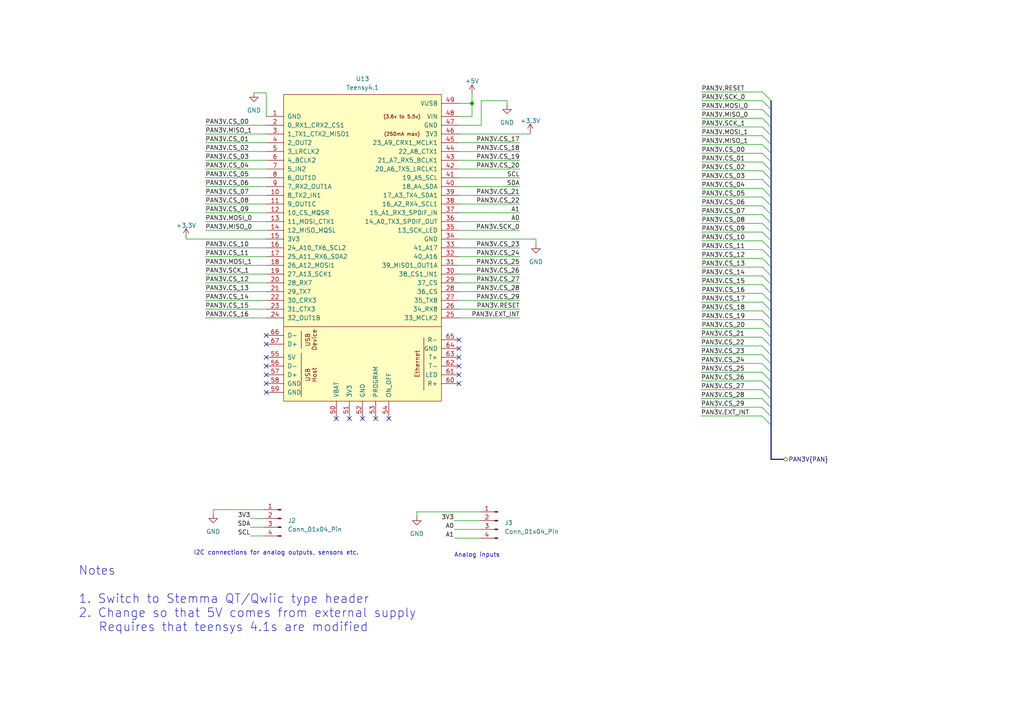
<source format=kicad_sch>
(kicad_sch (version 20230121) (generator eeschema)
  (paper "A4")
  (lib_symbols
    (symbol "Connector:Conn_01x04_Pin" (pin_names (offset 1.016) hide)
      (property "Reference" "J" (at 0 5.08 0))
      (property "Value" "Conn_01x04_Pin" (at 0 -7.62 0))
      (symbol "Conn_01x04_Pin_1_1"
        (polyline (pts (xy 1.27 -5.08) (xy 0.8636 -5.08)) (stroke (width 0.1524)))
        (polyline (pts (xy 1.27 -2.54) (xy 0.8636 -2.54)) (stroke (width 0.1524)))
        (polyline (pts (xy 1.27 0) (xy 0.8636 0)) (stroke (width 0.1524)))
        (polyline (pts (xy 1.27 2.54) (xy 0.8636 2.54)) (stroke (width 0.1524)))
        (rectangle (start 0.8636 -4.953) (end 0 -5.207) (stroke (width 0.1524)) (fill (type outline)))
        (rectangle (start 0.8636 -2.413) (end 0 -2.667) (stroke (width 0.1524)) (fill (type outline)))
        (rectangle (start 0.8636 0.127) (end 0 -0.127) (stroke (width 0.1524)) (fill (type outline)))
        (rectangle (start 0.8636 2.667) (end 0 2.413) (stroke (width 0.1524)) (fill (type outline)))
        (pin passive line (at 5.08 2.54 180) (length 3.81) (name "Pin_1") (number "1"))
        (pin passive line (at 5.08 0 180) (length 3.81) (name "Pin_2") (number "2"))
        (pin passive line (at 5.08 -2.54 180) (length 3.81) (name "Pin_3") (number "3"))
        (pin passive line (at 5.08 -5.08 180) (length 3.81) (name "Pin_4") (number "4"))
      )
    )
    (symbol "arena_custom:Teensy4.1" (pin_names (offset 1.016))
      (property "Reference" "U" (at 0 64.77 0))
      (property "Value" "Teensy4.1" (at 0 62.23 0))
      (symbol "Teensy4.1_0_0"
        (polyline (pts (xy -22.86 -6.35) (xy 22.86 -6.35)))
        (polyline (pts (xy -17.78 -26.67) (xy -17.78 -13.97)))
        (polyline (pts (xy -17.78 -7.62) (xy -17.78 -12.7)))
        (polyline (pts (xy 17.78 -9.525) (xy 17.78 -24.765)))
        (text "(250mA max)" (at 11.43 49.53 0) (effects (font (size 1.016 1.016))))
        (text "(3.6v to 5.5v)" (at 11.43 54.61 0) (effects (font (size 1.016 1.016))))
        (text "Device" (at -13.97 -10.16 900) (effects (font (size 1.27 1.27))))
        (text "Ethernet" (at 15.875 -17.145 900) (effects (font (size 1.27 1.27))))
        (text "Host" (at -13.97 -20.32 900) (effects (font (size 1.27 1.27))))
        (text "USB" (at -15.875 -20.32 900) (effects (font (size 1.27 1.27))))
        (text "USB" (at -15.875 -10.16 900) (effects (font (size 1.27 1.27))))
        (pin bidirectional line (at -27.94 31.75 0) (length 5.08) (name "8_TX2_IN1") (number "10"))
        (pin bidirectional line (at -27.94 29.21 0) (length 5.08) (name "9_OUT1C") (number "11"))
        (pin bidirectional line (at -27.94 26.67 0) (length 5.08) (name "10_CS_MQSR") (number "12"))
        (pin bidirectional line (at -27.94 24.13 0) (length 5.08) (name "11_MOSI_CTX1") (number "13"))
        (pin bidirectional line (at -27.94 21.59 0) (length 5.08) (name "12_MISO_MQSL") (number "14"))
        (pin power_in line (at -27.94 19.05 0) (length 5.08) (name "3V3") (number "15"))
        (pin bidirectional line (at -27.94 16.51 0) (length 5.08) (name "24_A10_TX6_SCL2") (number "16"))
        (pin bidirectional line (at -27.94 13.97 0) (length 5.08) (name "25_A11_RX6_SDA2") (number "17"))
        (pin bidirectional line (at -27.94 11.43 0) (length 5.08) (name "26_A12_MOSI1") (number "18"))
        (pin bidirectional line (at -27.94 8.89 0) (length 5.08) (name "27_A13_SCK1") (number "19"))
        (pin bidirectional line (at -27.94 6.35 0) (length 5.08) (name "28_RX7") (number "20"))
        (pin bidirectional line (at -27.94 3.81 0) (length 5.08) (name "29_TX7") (number "21"))
        (pin bidirectional line (at -27.94 1.27 0) (length 5.08) (name "30_CRX3") (number "22"))
        (pin bidirectional line (at -27.94 -1.27 0) (length 5.08) (name "31_CTX3") (number "23"))
        (pin bidirectional line (at -27.94 -3.81 0) (length 5.08) (name "32_OUT1B") (number "24"))
        (pin bidirectional line (at 27.94 -3.81 180) (length 5.08) (name "33_MCLK2") (number "25"))
        (pin bidirectional line (at 27.94 -1.27 180) (length 5.08) (name "34_RX8") (number "26"))
        (pin bidirectional line (at 27.94 1.27 180) (length 5.08) (name "35_TX8") (number "27"))
        (pin bidirectional line (at 27.94 3.81 180) (length 5.08) (name "36_CS") (number "28"))
        (pin bidirectional line (at 27.94 6.35 180) (length 5.08) (name "37_CS") (number "29"))
        (pin bidirectional line (at 27.94 8.89 180) (length 5.08) (name "38_CS1_IN1") (number "30"))
        (pin bidirectional line (at 27.94 11.43 180) (length 5.08) (name "39_MISO1_OUT1A") (number "31"))
        (pin bidirectional line (at 27.94 13.97 180) (length 5.08) (name "40_A16") (number "32"))
        (pin bidirectional line (at 27.94 16.51 180) (length 5.08) (name "41_A17") (number "33"))
        (pin bidirectional line (at 27.94 21.59 180) (length 5.08) (name "13_SCK_LED") (number "35"))
        (pin bidirectional line (at 27.94 24.13 180) (length 5.08) (name "14_A0_TX3_SPDIF_OUT") (number "36"))
        (pin bidirectional line (at 27.94 26.67 180) (length 5.08) (name "15_A1_RX3_SPDIF_IN") (number "37"))
        (pin bidirectional line (at 27.94 29.21 180) (length 5.08) (name "16_A2_RX4_SCL1") (number "38"))
        (pin bidirectional line (at 27.94 31.75 180) (length 5.08) (name "17_A3_TX4_SDA1") (number "39"))
        (pin bidirectional line (at 27.94 34.29 180) (length 5.08) (name "18_A4_SDA") (number "40"))
        (pin bidirectional line (at 27.94 36.83 180) (length 5.08) (name "19_A5_SCL") (number "41"))
        (pin bidirectional line (at 27.94 39.37 180) (length 5.08) (name "20_A6_TX5_LRCLK1") (number "42"))
        (pin bidirectional line (at 27.94 41.91 180) (length 5.08) (name "21_A7_RX5_BCLK1") (number "43"))
        (pin bidirectional line (at 27.94 44.45 180) (length 5.08) (name "22_A8_CTX1") (number "44"))
        (pin bidirectional line (at 27.94 46.99 180) (length 5.08) (name "23_A9_CRX1_MCLK1") (number "45"))
        (pin power_in line (at 27.94 54.61 180) (length 5.08) (name "VIN") (number "48"))
        (pin power_out line (at 27.94 58.42 180) (length 5.08) (name "VUSB") (number "49"))
        (pin bidirectional line (at -27.94 44.45 0) (length 5.08) (name "3_LRCLK2") (number "5"))
        (pin power_in line (at -7.62 -33.02 90) (length 5.08) (name "VBAT") (number "50"))
        (pin power_in line (at -3.81 -33.02 90) (length 5.08) (name "3V3") (number "51"))
        (pin input line (at 3.81 -33.02 90) (length 5.08) (name "PROGRAM") (number "53"))
        (pin input line (at 7.62 -33.02 90) (length 5.08) (name "ON_OFF") (number "54"))
        (pin power_out line (at -27.94 -15.24 0) (length 5.08) (name "5V") (number "55"))
        (pin bidirectional line (at -27.94 -17.78 0) (length 5.08) (name "D-") (number "56"))
        (pin bidirectional line (at -27.94 -20.32 0) (length 5.08) (name "D+") (number "57"))
        (pin power_in line (at -27.94 -22.86 0) (length 5.08) (name "GND") (number "58"))
        (pin power_in line (at -27.94 -25.4 0) (length 5.08) (name "GND") (number "59"))
        (pin bidirectional line (at -27.94 41.91 0) (length 5.08) (name "4_BCLK2") (number "6"))
        (pin bidirectional line (at 27.94 -22.86 180) (length 5.08) (name "R+") (number "60"))
        (pin bidirectional line (at 27.94 -20.32 180) (length 5.08) (name "LED") (number "61"))
        (pin bidirectional line (at 27.94 -17.78 180) (length 5.08) (name "T-") (number "62"))
        (pin bidirectional line (at 27.94 -15.24 180) (length 5.08) (name "T+") (number "63"))
        (pin power_in line (at 27.94 -12.7 180) (length 5.08) (name "GND") (number "64"))
        (pin bidirectional line (at 27.94 -10.16 180) (length 5.08) (name "R-") (number "65"))
        (pin bidirectional line (at -27.94 -8.89 0) (length 5.08) (name "D-") (number "66"))
        (pin bidirectional line (at -27.94 -11.43 0) (length 5.08) (name "D+") (number "67"))
        (pin bidirectional line (at -27.94 39.37 0) (length 5.08) (name "5_IN2") (number "7"))
        (pin bidirectional line (at -27.94 36.83 0) (length 5.08) (name "6_OUT1D") (number "8"))
        (pin bidirectional line (at -27.94 34.29 0) (length 5.08) (name "7_RX2_OUT1A") (number "9"))
      )
      (symbol "Teensy4.1_0_1"
        (rectangle (start -20.32 -1.27) (end -20.32 -1.27))
      )
      (symbol "Teensy4.1_1_0"
        (pin power_out line (at 27.94 49.53 180) (length 5.08) (name "3V3") (number "46"))
        (pin power_in line (at 27.94 52.07 180) (length 5.08) (name "GND") (number "47"))
        (pin power_in line (at 0 -33.02 90) (length 5.08) (name "GND") (number "52"))
      )
      (symbol "Teensy4.1_1_1"
        (rectangle (start -22.86 60.96) (end 22.86 -27.94) (fill (type background)))
        (pin power_in line (at -27.94 54.61 0) (length 5.08) (name "GND") (number "1"))
        (pin bidirectional line (at -27.94 52.07 0) (length 5.08) (name "0_RX1_CRX2_CS1") (number "2"))
        (pin bidirectional line (at -27.94 49.53 0) (length 5.08) (name "1_TX1_CTX2_MISO1") (number "3"))
        (pin power_in line (at 27.94 19.05 180) (length 5.08) (name "GND") (number "34"))
        (pin bidirectional line (at -27.94 46.99 0) (length 5.08) (name "2_OUT2") (number "4"))
      )
    )
    (symbol "power:+3.3V" (power) (pin_names (offset 0))
      (property "Value" "+3.3V" (at 0 3.556 0))
      (symbol "+3.3V_0_1"
        (polyline (pts (xy -0.762 1.27) (xy 0 2.54)))
        (polyline (pts (xy 0 0) (xy 0 2.54)))
        (polyline (pts (xy 0 2.54) (xy 0.762 1.27)))
      )
      (symbol "+3.3V_1_1"
        (pin power_in line (at 0 0 90) (length 0) hide (name "+3.3V") (number "1"))
      )
    )
    (symbol "power:+5V" (power) (pin_names (offset 0))
      (property "Value" "+5V" (at 0 3.556 0))
      (symbol "+5V_0_1"
        (polyline (pts (xy -0.762 1.27) (xy 0 2.54)))
        (polyline (pts (xy 0 0) (xy 0 2.54)))
        (polyline (pts (xy 0 2.54) (xy 0.762 1.27)))
      )
      (symbol "+5V_1_1"
        (pin power_in line (at 0 0 90) (length 0) hide (name "+5V") (number "1"))
      )
    )
    (symbol "power:GND" (power) (pin_names (offset 0))
      (property "Value" "GND" (at 0 -3.81 0))
      (symbol "GND_0_1"
        (polyline (pts (xy 0 0) (xy 0 -1.27) (xy 1.27 -1.27) (xy 0 -2.54) (xy -1.27 -1.27) (xy 0 -1.27)))
      )
      (symbol "GND_1_1"
        (pin power_in line (at 0 0 270) (length 0) hide (name "GND") (number "1"))
      )
    )
  )
  (junction (at 136.906 29.972))
  (no_connect (at 133.096 108.712))
  (no_connect (at 112.776 121.412))
  (no_connect (at 77.216 97.282))
  (no_connect (at 77.216 99.822))
  (no_connect (at 133.096 106.172))
  (no_connect (at 77.216 108.712))
  (no_connect (at 77.216 111.252))
  (no_connect (at 108.966 121.412))
  (no_connect (at 133.096 101.092))
  (no_connect (at 133.096 111.252))
  (no_connect (at 101.346 121.412))
  (no_connect (at 77.216 106.172))
  (no_connect (at 105.156 121.412))
  (no_connect (at 97.536 121.412))
  (no_connect (at 133.096 98.552))
  (no_connect (at 77.216 103.632))
  (no_connect (at 133.096 103.632))
  (no_connect (at 77.216 113.792))
  (bus_entry (at 223.647 54.61) (size -2.54 -2.54))
  (bus_entry (at 223.647 44.45) (size -2.54 -2.54))
  (bus_entry (at 220.98 113.03) (size 2.54 2.54))
  (bus_entry (at 223.647 64.77) (size -2.54 -2.54))
  (bus_entry (at 220.98 118.11) (size 2.54 2.54))
  (bus_entry (at 223.647 59.69) (size -2.54 -2.54))
  (bus_entry (at 223.647 80.01) (size -2.54 -2.54))
  (bus_entry (at 223.647 31.75) (size -2.54 -2.54))
  (bus_entry (at 220.98 105.41) (size 2.54 2.54))
  (bus_entry (at 220.98 100.33) (size 2.54 2.54))
  (bus_entry (at 221.107 82.55) (size 2.54 2.54))
  (bus_entry (at 223.647 29.21) (size -2.54 -2.54))
  (bus_entry (at 220.98 97.79) (size 2.54 2.54))
  (bus_entry (at 223.647 52.07) (size -2.54 -2.54))
  (bus_entry (at 223.647 62.23) (size -2.54 -2.54))
  (bus_entry (at 223.647 82.55) (size -2.54 -2.54))
  (bus_entry (at 220.98 120.65) (size 2.54 2.54))
  (bus_entry (at 223.647 72.39) (size -2.54 -2.54))
  (bus_entry (at 223.647 77.47) (size -2.54 -2.54))
  (bus_entry (at 223.647 34.29) (size -2.54 -2.54))
  (bus_entry (at 223.647 41.91) (size -2.54 -2.54))
  (bus_entry (at 223.647 49.53) (size -2.54 -2.54))
  (bus_entry (at 221.107 92.71) (size 2.54 2.54))
  (bus_entry (at 223.647 67.31) (size -2.54 -2.54))
  (bus_entry (at 221.107 87.63) (size 2.54 2.54))
  (bus_entry (at 223.647 74.93) (size -2.54 -2.54))
  (bus_entry (at 220.98 110.49) (size 2.54 2.54))
  (bus_entry (at 220.98 115.57) (size 2.54 2.54))
  (bus_entry (at 223.647 39.37) (size -2.54 -2.54))
  (bus_entry (at 221.107 85.09) (size 2.54 2.54))
  (bus_entry (at 221.107 90.17) (size 2.54 2.54))
  (bus_entry (at 220.98 102.87) (size 2.54 2.54))
  (bus_entry (at 220.98 107.95) (size 2.54 2.54))
  (bus_entry (at 223.647 69.85) (size -2.54 -2.54))
  (bus_entry (at 223.647 57.15) (size -2.54 -2.54))
  (bus_entry (at 221.107 95.25) (size 2.54 2.54))
  (bus_entry (at 223.647 46.99) (size -2.54 -2.54))
  (bus_entry (at 223.647 36.83) (size -2.54 -2.54))
  (wire (pts (xy 53.975 69.342) (xy 53.975 68.834)))
  (wire (pts (xy 131.699 151.003) (xy 139.319 151.003)))
  (wire (pts (xy 59.563 46.482) (xy 77.216 46.482)))
  (bus (pts (xy 223.647 87.63) (xy 223.647 90.17)))
  (wire (pts (xy 139.573 29.21) (xy 147.066 29.21)))
  (wire (pts (xy 72.644 152.908) (xy 76.454 152.908)))
  (wire (pts (xy 150.749 51.562) (xy 133.096 51.562)))
  (wire (pts (xy 220.98 110.49) (xy 203.327 110.49)))
  (wire (pts (xy 59.563 66.802) (xy 77.216 66.802)))
  (wire (pts (xy 139.573 36.322) (xy 139.573 29.21)))
  (bus (pts (xy 223.647 49.53) (xy 223.647 52.07)))
  (wire (pts (xy 133.096 76.962) (xy 150.749 76.962)))
  (wire (pts (xy 221.107 62.23) (xy 203.454 62.23)))
  (wire (pts (xy 133.096 56.642) (xy 150.749 56.642)))
  (wire (pts (xy 120.904 148.463) (xy 120.904 149.733)))
  (wire (pts (xy 59.563 76.962) (xy 77.216 76.962)))
  (wire (pts (xy 59.563 92.202) (xy 77.216 92.202)))
  (wire (pts (xy 221.107 44.45) (xy 203.454 44.45)))
  (bus (pts (xy 223.647 69.85) (xy 223.647 72.39)))
  (bus (pts (xy 223.647 36.83) (xy 223.647 39.37)))
  (wire (pts (xy 61.849 147.828) (xy 76.454 147.828)))
  (wire (pts (xy 59.563 38.862) (xy 77.216 38.862)))
  (wire (pts (xy 133.096 29.972) (xy 136.906 29.972)))
  (wire (pts (xy 59.563 74.422) (xy 77.216 74.422)))
  (wire (pts (xy 133.096 49.022) (xy 150.749 49.022)))
  (wire (pts (xy 221.107 52.07) (xy 203.454 52.07)))
  (bus (pts (xy 223.647 64.77) (xy 223.647 67.31)))
  (wire (pts (xy 133.096 38.862) (xy 153.797 38.862)))
  (wire (pts (xy 73.66 26.924) (xy 77.216 26.924)))
  (bus (pts (xy 223.647 72.39) (xy 223.647 74.93)))
  (wire (pts (xy 72.644 150.368) (xy 76.454 150.368)))
  (bus (pts (xy 223.647 97.79) (xy 223.647 133.223)))
  (wire (pts (xy 59.563 84.582) (xy 77.216 84.582)))
  (wire (pts (xy 221.107 64.77) (xy 203.454 64.77)))
  (wire (pts (xy 221.107 41.91) (xy 203.454 41.91)))
  (bus (pts (xy 223.647 54.61) (xy 223.647 57.15)))
  (wire (pts (xy 77.216 69.342) (xy 53.975 69.342)))
  (wire (pts (xy 72.644 155.448) (xy 76.454 155.448)))
  (wire (pts (xy 221.107 74.93) (xy 203.454 74.93)))
  (wire (pts (xy 221.107 57.15) (xy 203.454 57.15)))
  (bus (pts (xy 223.647 82.55) (xy 223.647 85.09)))
  (bus (pts (xy 223.647 29.21) (xy 223.647 31.75)))
  (bus (pts (xy 223.647 85.09) (xy 223.647 87.63)))
  (wire (pts (xy 77.216 26.924) (xy 77.216 33.782)))
  (bus (pts (xy 223.647 74.93) (xy 223.647 77.47)))
  (wire (pts (xy 221.107 69.85) (xy 203.454 69.85)))
  (wire (pts (xy 59.563 82.042) (xy 77.216 82.042)))
  (bus (pts (xy 223.647 95.25) (xy 223.647 97.79)))
  (wire (pts (xy 133.096 66.802) (xy 150.749 66.802)))
  (wire (pts (xy 133.096 46.482) (xy 150.749 46.482)))
  (wire (pts (xy 203.327 120.65) (xy 220.98 120.65)))
  (wire (pts (xy 203.327 118.11) (xy 220.98 118.11)))
  (bus (pts (xy 223.647 62.23) (xy 223.647 64.77)))
  (wire (pts (xy 203.327 113.03) (xy 220.98 113.03)))
  (wire (pts (xy 59.563 49.022) (xy 77.216 49.022)))
  (wire (pts (xy 59.563 56.642) (xy 77.216 56.642)))
  (wire (pts (xy 150.749 82.042) (xy 133.096 82.042)))
  (wire (pts (xy 203.454 85.09) (xy 221.107 85.09)))
  (wire (pts (xy 59.563 87.122) (xy 77.216 87.122)))
  (wire (pts (xy 203.327 105.41) (xy 220.98 105.41)))
  (bus (pts (xy 223.647 41.91) (xy 223.647 44.45)))
  (wire (pts (xy 221.107 29.21) (xy 203.454 29.21)))
  (wire (pts (xy 59.563 79.502) (xy 77.216 79.502)))
  (wire (pts (xy 133.096 79.502) (xy 150.749 79.502)))
  (wire (pts (xy 59.563 41.402) (xy 77.216 41.402)))
  (wire (pts (xy 203.454 92.71) (xy 221.107 92.71)))
  (bus (pts (xy 223.647 80.01) (xy 223.647 82.55)))
  (wire (pts (xy 220.98 100.33) (xy 203.327 100.33)))
  (bus (pts (xy 223.647 44.45) (xy 223.647 46.99)))
  (wire (pts (xy 59.563 36.322) (xy 77.216 36.322)))
  (wire (pts (xy 221.107 67.31) (xy 203.454 67.31)))
  (wire (pts (xy 133.096 33.782) (xy 136.906 33.782)))
  (bus (pts (xy 223.647 31.75) (xy 223.647 34.29)))
  (wire (pts (xy 59.563 43.942) (xy 77.216 43.942)))
  (wire (pts (xy 59.563 89.662) (xy 77.216 89.662)))
  (bus (pts (xy 223.647 34.29) (xy 223.647 36.83)))
  (bus (pts (xy 223.647 59.69) (xy 223.647 62.23)))
  (wire (pts (xy 221.107 34.29) (xy 203.454 34.29)))
  (wire (pts (xy 131.699 156.083) (xy 139.319 156.083)))
  (wire (pts (xy 133.096 36.322) (xy 139.573 36.322)))
  (wire (pts (xy 59.563 71.882) (xy 77.216 71.882)))
  (bus (pts (xy 223.647 133.223) (xy 227.203 133.223)))
  (bus (pts (xy 223.647 67.31) (xy 223.647 69.85)))
  (wire (pts (xy 61.849 147.828) (xy 61.849 149.098)))
  (wire (pts (xy 203.327 97.79) (xy 220.98 97.79)))
  (wire (pts (xy 153.797 38.862) (xy 153.797 38.481)))
  (wire (pts (xy 59.563 54.102) (xy 77.216 54.102)))
  (wire (pts (xy 147.066 29.21) (xy 147.066 30.48)))
  (wire (pts (xy 203.454 90.17) (xy 221.107 90.17)))
  (wire (pts (xy 133.096 43.942) (xy 150.749 43.942)))
  (wire (pts (xy 133.096 64.262) (xy 150.749 64.262)))
  (wire (pts (xy 221.107 72.39) (xy 203.454 72.39)))
  (bus (pts (xy 223.647 46.99) (xy 223.647 49.53)))
  (wire (pts (xy 133.096 74.422) (xy 150.749 74.422)))
  (wire (pts (xy 203.327 107.95) (xy 220.98 107.95)))
  (wire (pts (xy 133.096 87.122) (xy 150.749 87.122)))
  (wire (pts (xy 136.906 27.178) (xy 136.906 29.972)))
  (wire (pts (xy 203.454 59.69) (xy 221.107 59.69)))
  (wire (pts (xy 221.107 26.67) (xy 203.454 26.67)))
  (wire (pts (xy 203.454 95.25) (xy 221.107 95.25)))
  (wire (pts (xy 133.096 84.582) (xy 150.749 84.582)))
  (wire (pts (xy 203.327 115.57) (xy 220.98 115.57)))
  (wire (pts (xy 221.107 82.55) (xy 203.454 82.55)))
  (bus (pts (xy 223.647 77.47) (xy 223.647 80.01)))
  (wire (pts (xy 150.749 71.882) (xy 133.096 71.882)))
  (wire (pts (xy 221.107 80.01) (xy 203.454 80.01)))
  (wire (pts (xy 221.107 77.47) (xy 203.454 77.47)))
  (wire (pts (xy 133.096 89.662) (xy 150.749 89.662)))
  (wire (pts (xy 221.107 31.75) (xy 203.454 31.75)))
  (bus (pts (xy 223.647 90.17) (xy 223.647 92.71)))
  (bus (pts (xy 223.647 39.37) (xy 223.647 41.91)))
  (bus (pts (xy 223.647 92.71) (xy 223.647 95.25)))
  (wire (pts (xy 203.454 87.63) (xy 221.107 87.63)))
  (wire (pts (xy 59.563 61.722) (xy 77.216 61.722)))
  (wire (pts (xy 133.096 54.102) (xy 150.749 54.102)))
  (wire (pts (xy 120.904 148.463) (xy 139.319 148.463)))
  (bus (pts (xy 223.647 52.07) (xy 223.647 54.61)))
  (wire (pts (xy 221.107 36.83) (xy 203.454 36.83)))
  (wire (pts (xy 133.096 59.182) (xy 150.749 59.182)))
  (wire (pts (xy 221.107 46.99) (xy 203.454 46.99)))
  (wire (pts (xy 150.749 41.402) (xy 133.096 41.402)))
  (wire (pts (xy 203.327 102.87) (xy 220.98 102.87)))
  (wire (pts (xy 221.107 39.37) (xy 203.454 39.37)))
  (wire (pts (xy 133.096 69.342) (xy 155.448 69.342)))
  (wire (pts (xy 221.107 49.53) (xy 203.454 49.53)))
  (wire (pts (xy 133.096 61.722) (xy 150.749 61.722)))
  (wire (pts (xy 155.448 69.342) (xy 155.448 70.866)))
  (wire (pts (xy 131.699 153.543) (xy 139.319 153.543)))
  (wire (pts (xy 59.563 59.182) (xy 77.216 59.182)))
  (wire (pts (xy 59.563 51.562) (xy 77.216 51.562)))
  (wire (pts (xy 221.107 54.61) (xy 203.454 54.61)))
  (wire (pts (xy 59.563 64.262) (xy 77.216 64.262)))
  (wire (pts (xy 133.096 92.202) (xy 150.749 92.202)))
  (wire (pts (xy 136.906 29.972) (xy 136.906 33.782)))
  (bus (pts (xy 223.647 57.15) (xy 223.647 59.69)))
  (text "Notes\n\n1. Switch to Stemma QT/Qwiic type header  \n2. Change so that 5V comes from external supply \n   Requires that teensys 4.1s are modified\n\n" (at 22.733 187.579 0) (effects (font (size 2.54 2.54)) (justify left bottom)))
  (text "Analog inputs" (at 131.699 161.798 0) (effects (font (size 1.27 1.27)) (justify left bottom)))
  (text "I2C connections for analog outputs, sensors etc. " (at 56.134 161.163 0) (effects (font (size 1.27 1.27)) (justify left bottom)))
  (label "3V3" (at 131.699 151.003 180))
  (label "PAN3V.MOSI_1" (at 59.563 76.962 0))
  (label "SDA" (at 72.644 152.908 180))
  (label "PAN3V.SCK_0" (at 150.749 66.802 180))
  (label "PAN3V.CS_17" (at 150.749 41.402 180))
  (label "PAN3V.CS_06" (at 203.454 59.69 0))
  (label "PAN3V.CS_28" (at 150.749 84.582 180))
  (label "PAN3V.CS_18" (at 150.749 43.942 180))
  (label "PAN3V.CS_02" (at 59.563 43.942 0))
  (label "A1" (at 131.699 156.083 180))
  (label "PAN3V.CS_10" (at 59.563 71.882 0))
  (label "PAN3V.MISO_0" (at 203.454 34.29 0))
  (label "PAN3V.CS_23" (at 203.327 102.87 0))
  (label "PAN3V.CS_05" (at 59.563 51.562 0))
  (label "PAN3V.CS_06" (at 59.563 54.102 0))
  (label "PAN3V.MOSI_1" (at 203.454 39.37 0))
  (label "PAN3V.CS_04" (at 203.454 54.61 0))
  (label "PAN3V.CS_03" (at 203.454 52.07 0))
  (label "PAN3V.CS_29" (at 150.749 87.122 180))
  (label "PAN3V.CS_07" (at 59.563 56.642 0))
  (label "PAN3V.SCK_1" (at 203.454 36.83 0))
  (label "PAN3V.CS_02" (at 203.454 49.53 0))
  (label "PAN3V.CS_24" (at 203.327 105.41 0))
  (label "PAN3V.MOSI_0" (at 59.563 64.262 0))
  (label "PAN3V.CS_12" (at 203.454 74.93 0))
  (label "PAN3V.CS_14" (at 203.454 80.01 0))
  (label "PAN3V.CS_00" (at 203.454 44.45 0))
  (label "PAN3V.CS_08" (at 59.563 59.182 0))
  (label "PAN3V.CS_16" (at 59.563 92.202 0))
  (label "PAN3V.CS_00" (at 59.563 36.322 0))
  (label "SDA" (at 150.749 54.102 180))
  (label "PAN3V.CS_11" (at 203.454 72.39 0))
  (label "PAN3V.CS_27" (at 203.327 113.03 0))
  (label "PAN3V.CS_22" (at 150.749 59.182 180))
  (label "PAN3V.CS_01" (at 59.563 41.402 0))
  (label "PAN3V.CS_03" (at 59.563 46.482 0))
  (label "PAN3V.CS_21" (at 203.327 97.79 0))
  (label "PAN3V.CS_19" (at 150.749 46.482 180))
  (label "PAN3V.CS_16" (at 203.454 85.09 0))
  (label "PAN3V.CS_12" (at 59.563 82.042 0))
  (label "PAN3V.CS_05" (at 203.454 57.15 0))
  (label "PAN3V.CS_27" (at 150.749 82.042 180))
  (label "PAN3V.EXT_INT" (at 203.327 120.65 0))
  (label "PAN3V.CS_26" (at 203.327 110.49 0))
  (label "PAN3V.SCK_1" (at 59.563 79.502 0))
  (label "PAN3V.CS_20" (at 150.749 49.022 180))
  (label "PAN3V.CS_24" (at 150.749 74.422 180))
  (label "PAN3V.CS_14" (at 59.563 87.122 0))
  (label "PAN3V.CS_13" (at 203.454 77.47 0))
  (label "PAN3V.CS_25" (at 150.749 76.962 180))
  (label "PAN3V.CS_28" (at 203.327 115.57 0))
  (label "PAN3V.CS_25" (at 203.327 107.95 0))
  (label "PAN3V.CS_10" (at 203.454 69.85 0))
  (label "PAN3V.CS_08" (at 203.454 64.77 0))
  (label "PAN3V.CS_29" (at 203.327 118.11 0))
  (label "SCL" (at 72.644 155.448 180))
  (label "PAN3V.CS_20" (at 203.454 95.25 0))
  (label "PAN3V.RESET" (at 150.749 89.662 180))
  (label "PAN3V.CS_09" (at 203.454 67.31 0))
  (label "PAN3V.CS_17" (at 203.454 87.63 0))
  (label "PAN3V.CS_04" (at 59.563 49.022 0))
  (label "PAN3V.CS_15" (at 59.563 89.662 0))
  (label "PAN3V.MISO_1" (at 203.454 41.91 0))
  (label "A0" (at 131.699 153.543 180))
  (label "PAN3V.CS_11" (at 59.563 74.422 0))
  (label "PAN3V.CS_21" (at 150.749 56.642 180))
  (label "PAN3V.CS_07" (at 203.454 62.23 0))
  (label "PAN3V.CS_26" (at 150.749 79.502 180))
  (label "A0" (at 150.749 64.262 180))
  (label "PAN3V.CS_18" (at 203.454 90.17 0))
  (label "3V3" (at 72.644 150.368 180))
  (label "PAN3V.CS_13" (at 59.563 84.582 0))
  (label "PAN3V.CS_01" (at 203.454 46.99 0))
  (label "A1" (at 150.749 61.722 180))
  (label "PAN3V.CS_23" (at 150.749 71.882 180))
  (label "PAN3V.MISO_0" (at 59.563 66.802 0))
  (label "PAN3V.CS_19" (at 203.454 92.71 0))
  (label "PAN3V.CS_22" (at 203.327 100.33 0))
  (label "PAN3V.EXT_INT" (at 150.749 92.202 180))
  (label "PAN3V.CS_15" (at 203.454 82.55 0))
  (label "PAN3V.MOSI_0" (at 203.454 31.75 0))
  (label "PAN3V.RESET" (at 203.454 26.67 0))
  (label "SCL" (at 150.749 51.562 180))
  (label "PAN3V.MISO_1" (at 59.563 38.862 0))
  (label "PAN3V.SCK_0" (at 203.454 29.21 0))
  (label "PAN3V.CS_09" (at 59.563 61.722 0))
  (hierarchical_label "PAN3V{PAN}" (shape bidirectional) (at 227.203 133.223 0))
  (symbol (lib_id "power:GND") (at 61.849 149.098 0) (mirror y) (unit 1)
    (property "Reference" "#PWR01" (effects hide))
    (property "Value" "GND" (at 61.849 154.178 0))
  )
  (symbol (lib_id "Connector:Conn_01x04_Pin") (at 144.399 151.003 0) (mirror y) (unit 1)
    (property "Reference" "J3" (at 146.304 151.638 0) (effects (justify right)))
    (property "Value" "Conn_01x04_Pin" (at 146.304 154.178 0) (effects (justify right)))
    (property "Footprint" "arena_custom:NS-Tech_Grove_1x04_P2mm_Horizontal" (effects hide))
  )
  (symbol (lib_id "power:+5V") (at 136.906 27.178 0) (unit 1)
    (property "Reference" "#PWR074" (effects hide))
    (property "Value" "+5V" (at 136.906 23.495 0))
  )
  (symbol (lib_id "arena_custom:Teensy4.1") (at 105.156 88.392 0) (unit 1)
    (property "Reference" "U13" (at 105.156 22.86 0))
    (property "Value" "Teensy4.1" (at 105.156 25.4 0))
    (property "Footprint" "teensy:Teensy41" (effects hide))
    (instances (project "teensy_arena_12-12" (path "" (reference "U13") (unit 1)) (path "" (reference "U18") (unit 1))))
  )
  (symbol (lib_id "Connector:Conn_01x04_Pin") (at 81.534 150.368 0) (mirror y) (unit 1)
    (property "Reference" "J2" (at 83.439 151.003 0) (effects (justify right)))
    (property "Value" "Conn_01x04_Pin" (at 83.439 153.543 0) (effects (justify right)))
    (property "Footprint" "arena_custom:NS-Tech_Grove_1x04_P2mm_Horizontal" (effects hide))
  )
  (symbol (lib_id "power:GND") (at 155.448 70.866 0) (mirror y) (unit 1)
    (property "Reference" "#PWR06" (effects hide))
    (property "Value" "GND" (at 155.448 75.946 0))
    (instances (project "teensy_arena_12-12" (path "" (reference "#PWR06") (unit 1)) (path "" (reference "#PWR016") (unit 1))))
  )
  (symbol (lib_id "power:+3.3V") (at 153.797 38.481 0) (unit 1)
    (property "Reference" "#PWR075" (effects hide))
    (property "Value" "+3.3V" (at 153.797 35.052 0))
  )
  (symbol (lib_id "power:GND") (at 73.66 26.924 0) (unit 1)
    (property "Reference" "#PWR016" (effects hide))
    (property "Value" "GND" (at 73.66 32.004 0))
    (instances (project "teensy_arena_12-12" (path "" (reference "#PWR016") (unit 1)) (path "" (reference "#PWR05") (unit 1))))
  )
  (symbol (lib_id "power:+3.3V") (at 53.975 68.834 0) (unit 1)
    (property "Reference" "#PWR073" (effects hide))
    (property "Value" "+3.3V" (at 53.975 65.405 0))
  )
  (symbol (lib_id "power:GND") (at 120.904 149.733 0) (mirror y) (unit 1)
    (property "Reference" "#PWR07" (effects hide))
    (property "Value" "GND" (at 120.904 154.813 0))
  )
  (symbol (lib_id "power:GND") (at 147.066 30.48 0) (mirror y) (unit 1)
    (property "Reference" "#PWR05" (effects hide))
    (property "Value" "GND" (at 147.066 35.56 0))
    (instances (project "teensy_arena_12-12" (path "" (reference "#PWR05") (unit 1)) (path "" (reference "#PWR06") (unit 1))))
  )
)
</source>
